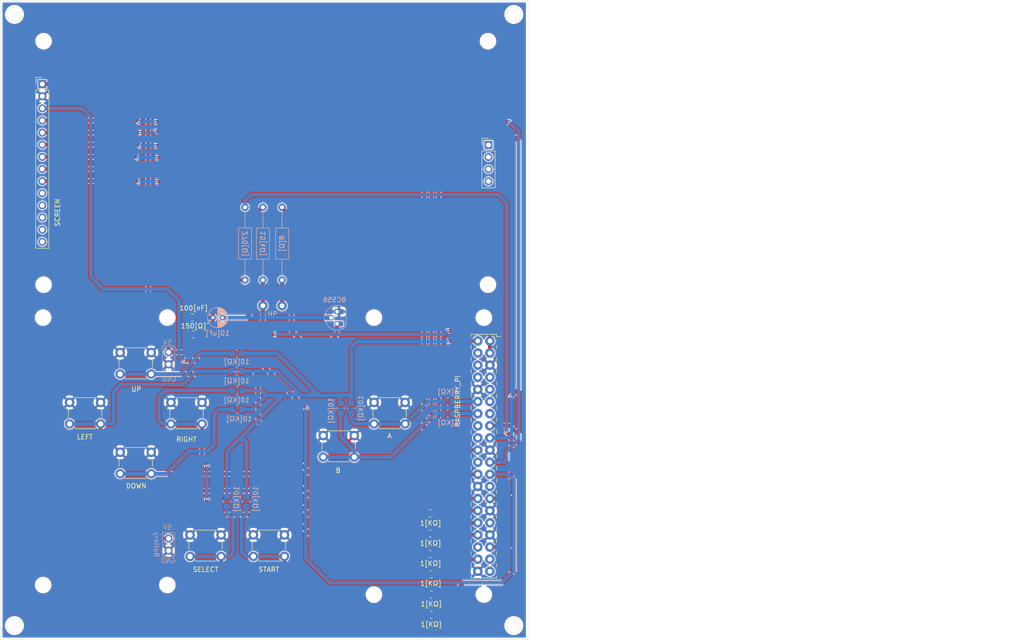
<source format=kicad_pcb>
(kicad_pcb (version 20241229) (generator "pcbnew") (generator_version "9.0")
  (layers (0 "F.Cu" signal) (2 "B.Cu" signal) (13 "F.Paste" user) (15 "B.Paste" user) (5 "F.SilkS" user "F.Silkscreen") (7 "B.SilkS" user "B.Silkscreen") (1 "F.Mask" user) (3 "B.Mask" user) (25 "Edge.Cuts" user))
  (net 0 "")
  (net 1 "Net-(C1-Pad1)")
  (net 2 "Net-(Q2-B)")
  (net 3 "GND")
  (net 5 "SCREEN_RESET")
  (net 6 "SCREEN_MOSI")
  (net 9 "+5V")
  (net 10 "SCREEN_SCK")
  (net 13 "SCREEN_MISO")
  (net 14 "SCREEN_DC")
  (net 15 "SCREEN_CS")
  (net 16 "AUDIO")
  (net 18 "+3V3")
  (net 22 "RIGHT")
  (net 23 "START")
  (net 26 "SELECT")
  (net 28 "DOWN")
  (net 31 "UP")
  (net 33 "LEFT")
  (net 34 "A")
  (net 36 "B")
  (net 41 "Net-(LS1-Pad2)")
  (net 42 "Net-(Q2-C)")
  (net 43 "Net-(R1-Pad2)")
  (net 44 "Net-(R3-Pad2)")
  (net 45 "Net-(R5-Pad2)")
  (net 46 "Net-(R7-Pad2)")
  (net 47 "Net-(R10-Pad2)")
  (net 48 "Net-(R11-Pad2)")
  (net 49 "Net-(R13-Pad2)")
  (net 50 "Net-(R15-Pad2)")
  (footprint "Button_Switch_THT:SW_PUSH_6mm" (layer "F.Cu") (at 50.6275 124.695)
    (property "Reference" "DOWN")
    (property "Value" "BUTTON_ARROW_DOWN")
  )
  (footprint "Capacitor_SMD:C_0805_2012Metric" (layer "F.Cu") (at 65.75 96.5 180)
    (property "Reference" "100[nF]")
    (property "Value" "100[nF]")
  )
  (footprint "Resistor_SMD:R_0805_2012Metric_Pad1.20x1.40mm_HandSolder" (layer "F.Cu") (at 115.75 150.25 180)
    (property "Reference" "1[KΩ]")
    (property "Value" "1[KΩ]")
  )
  (footprint "Button_Switch_THT:SW_PUSH_6mm" (layer "F.Cu") (at 93.1225 121.195)
    (property "Reference" "B")
    (property "Value" "BUTTON_B")
  )
  (footprint "Button_Switch_THT:SW_PUSH_6mm" (layer "F.Cu") (at 103.7525 114.255)
    (property "Reference" "A")
    (property "Value" "BUTTON_A")
  )
  (footprint "Resistor_SMD:R_0805_2012Metric_Pad1.20x1.40mm_HandSolder" (layer "F.Cu") (at 115.5 141.75 180)
    (property "Reference" "1[KΩ]")
    (property "Value" "1[KΩ]")
  )
  (footprint "Resistor_SMD:R_0805_2012Metric_Pad1.20x1.40mm_HandSolder" (layer "F.Cu") (at 115.75 158.75 180)
    (property "Reference" "1[KΩ]")
    (property "Value" "1[KΩ]")
  )
  (footprint "Button_Switch_THT:SW_PUSH_6mm" (layer "F.Cu") (at 40.0325 114.2575)
    (property "Reference" "LEFT")
    (property "Value" "BUTTON_ARROW_LEFT")
  )
  (footprint "Game_boy_PI:SCREEN_480X320_SPI" (layer "F.Cu") (at 32.1 36.1)
    (property "Reference" "SCREEN")
    (property "Value" "SCREEN")
  )
  (footprint "Button_Switch_THT:SW_PUSH_6mm" (layer "F.Cu") (at 61.255158 114.2625)
    (property "Reference" "RIGHT")
    (property "Value" "BUTTON_ARROW_RIGHT")
  )
  (footprint "Button_Switch_THT:SW_PUSH_6mm" (layer "F.Cu") (at 78.5 142)
    (property "Reference" "START")
    (property "Value" "BUTTON_START")
  )
  (footprint "Game_boy_PI:RASPBERRY_PI_ZERO_W_2_BOTTOM" (layer "F.Cu") (at 126.7325 125.502838 -90)
    (property "Reference" "RASPBERRY_PI")
    (property "Value" "RASPBERRY_PI")
  )
  (footprint "Button_Switch_THT:SW_PUSH_6mm" (layer "F.Cu") (at 65.25 142.01)
    (property "Reference" "SELECT")
    (property "Value" "BUTTON_SELECT")
  )
  (footprint "Resistor_SMD:R_0805_2012Metric_Pad1.20x1.40mm_HandSolder" (layer "F.Cu") (at 65.95 100)
    (property "Reference" "150[Ω]")
    (property "Value" "150[Ω]")
  )
  (footprint "Resistor_SMD:R_0805_2012Metric_Pad1.20x1.40mm_HandSolder" (layer "F.Cu") (at 115.5 137.5 180)
    (property "Reference" "1[KΩ]")
    (property "Value" "1[KΩ]")
  )
  (footprint "Resistor_SMD:R_0805_2012Metric_Pad1.20x1.40mm_HandSolder" (layer "F.Cu") (at 115.5 146 180)
    (property "Reference" "1[KΩ]")
    (property "Value" "1[KΩ]")
  )
  (footprint "Button_Switch_THT:SW_PUSH_6mm" (layer "F.Cu") (at 50.6225 103.82)
    (property "Reference" "UP")
    (property "Value" "BUTTON_ARROW_UP")
  )
  (footprint "Game_boy_PI:DIY_BATTERY" (layer "F.Cu") (at 44.5 143.5 90)
    (property "Reference" "Battery")
    (property "Value" "BATERY")
  )
  (footprint "LOGO" (layer "F.Cu") (at 67.25 159.25)
    (property "Reference" "G**" (hide yes))
    (property "Value" "LOGO" (hide yes))
  )
  (footprint "Game_boy_PI:HP_Gameboy" (layer "F.Cu") (at 82.5 107 180)
    (property "Reference" "HP")
    (property "Value" "Speaker 8 [Ω]")
  )
  (footprint "Resistor_SMD:R_0805_2012Metric_Pad1.20x1.40mm_HandSolder" (layer "F.Cu") (at 115.75 154.5 180)
    (property "Reference" "1[KΩ]")
    (property "Value" "1[KΩ]")
  )
  (footprint "Resistor_THT:R_Axial_DIN0207_L6.3mm_D2.5mm_P15.24mm_Horizontal" (layer "B.Cu") (at 76.75 73.38 -90)
    (property "Reference" "270[Ω]")
    (property "Value" "270[Ω]")
  )
  (footprint "Resistor_THT:R_Axial_DIN0207_L6.3mm_D2.5mm_P15.24mm_Horizontal" (layer "B.Cu") (at 84.5 88.62 90)
    (property "Reference" "8[Ω]")
    (property "Value" "8[Ω]")
  )
  (footprint "Resistor_SMD:R_0805_2012Metric_Pad1.20x1.40mm_HandSolder" (layer "B.Cu") (at 119.15 116.6 180)
    (property "Reference" "1[KΩ]")
    (property "Value" "1[KΩ]")
  )
  (footprint "Resistor_SMD:R_0805_2012Metric_Pad1.20x1.40mm_HandSolder" (layer "B.Cu") (at 119.15 114.1 180)
    (property "Reference" "1[KΩ]")
    (property "Value" "1[KΩ]")
  )
  (footprint "Resistor_SMD:R_0805_2012Metric_Pad1.20x1.40mm_HandSolder" (layer "B.Cu") (at 75 107.725 180)
    (property "Reference" "10[KΩ]")
    (property "Value" "10[KΩ]")
  )
  (footprint "Resistor_SMD:R_0805_2012Metric_Pad1.20x1.40mm_HandSolder" (layer "B.Cu") (at 75 104 180)
    (property "Reference" "10[KΩ]")
    (property "Value" "10[KΩ]")
  )
  (footprint "Package_TO_SOT_THT:TO-92_HandSolder" (layer "B.Cu") (at 96.02 95.25 -90)
    (property "Reference" "BC556")
    (property "Value" "2N2222")
  )
  (footprint "Resistor_SMD:R_0805_2012Metric_Pad1.20x1.40mm_HandSolder" (layer "B.Cu") (at 75.125 115.75 180)
    (property "Reference" "10[KΩ]")
    (property "Value" "10[KΩ]")
  )
  (footprint "Resistor_SMD:R_0805_2012Metric_Pad1.20x1.40mm_HandSolder" (layer "B.Cu") (at 73 135 -90)
    (property "Reference" "10[KΩ]")
    (property "Value" "10[KΩ]")
  )
  (footprint "Resistor_SMD:R_0805_2012Metric_Pad1.20x1.40mm_HandSolder" (layer "B.Cu") (at 96.75 115.5 -90)
    (property "Reference" "10[KΩ]")
    (property "Value" "10[KΩ]")
  )
  (footprint "Capacitor_THT:CP_Radial_D4.0mm_P2.00mm" (layer "B.Cu") (at 70.0274 96.5)
    (property "Reference" "10[uF]")
    (property "Value" "10[uF]")
  )
  (footprint "Resistor_SMD:R_0805_2012Metric_Pad1.20x1.40mm_HandSolder" (layer "B.Cu") (at 75.125 111.75 180)
    (property "Reference" "10[KΩ]")
    (property "Value" "10[KΩ]")
  )
  (footprint "Resistor_THT:R_Axial_DIN0207_L6.3mm_D2.5mm_P15.24mm_Horizontal" (layer "B.Cu") (at 80.5 88.62 90)
    (property "Reference" "15[kΩ]")
    (property "Value" "15[kΩ]")
  )
  (footprint "Resistor_SMD:R_0805_2012Metric_Pad1.20x1.40mm_HandSolder" (layer "B.Cu") (at 77 135 -90)
    (property "Reference" "10[KΩ]")
    (property "Value" "10[KΩ]")
  )
  (footprint "Resistor_SMD:R_0805_2012Metric_Pad1.20x1.40mm_HandSolder" (layer "B.Cu") (at 99 115.5 -90)
    (property "Reference" "10[KΩ]")
    (property "Value" "10[KΩ]")
  )
  (gr_circle (center 133 161) (end 134.5 161) (stroke (width 0.05)) (fill no) (layer "Edge.Cuts"))
  (gr_line (start 136 30) (end 136 164) (stroke (width 0.05)) (layer "Edge.Cuts"))
  (gr_circle (center 133 33) (end 134.5 33) (stroke (width 0.05)) (fill no) (layer "Edge.Cuts"))
  (gr_line (start 25.5 30) (end 136 30) (stroke (width 0.05)) (layer "Edge.Cuts"))
  (gr_circle (center 28.5 161) (end 30 161) (stroke (width 0.05)) (fill no) (layer "Edge.Cuts"))
  (gr_line (start 136 164) (end 25.5 164) (stroke (width 0.05)) (layer "Edge.Cuts"))
  (gr_circle (center 28.5 33) (end 30 33) (stroke (width 0.05)) (fill no) (layer "Edge.Cuts"))
  (gr_line (start 25.5 164) (end 25.5 30) (stroke (width 0.05)) (layer "Edge.Cuts"))
  (gr_text "| Gameboy_pi by Tim and Manuel |" (at 70.622849 162.141464 0) (layer "F.Cu") (effects (font (size 1.5 1.5) (thickness 0.3) (bold yes)) (justify left bottom)))
  (segment (start 70.0274 89.7226) (end 70.0274 96.5) (width 0.8) (layer "F.Cu") (net 1))
  (segment (start 69 100) (end 70.0274 98.9726) (width 0.8) (layer "F.Cu") (net 1))
  (segment (start 76.75 88.62) (end 71.13 88.62) (width 0.8) (layer "F.Cu") (net 1))
  (segment (start 66.7 96.5) (end 70.0274 96.5) (width 0.8) (layer "F.Cu") (net 1))
  (segment (start 70.0274 98.9726) (end 70.0274 96.5) (width 0.8) (layer "F.Cu") (net 1))
  (segment (start 66.95 100) (end 69 100) (width 0.8) (layer "F.Cu") (net 1))
  (segment (start 71.13 88.62) (end 70.0274 89.7226) (width 0.8) (layer "F.Cu") (net 1))
  (segment (start 78.5 75.25) (end 78.5 95) (width 0.8) (layer "F.Cu") (net 2))
  (segment (start 78.5 95) (end 77 96.5) (width 0.8) (layer "F.Cu") (net 2))
  (segment (start 80.5 73.38) (end 80.37 73.38) (width 0.8) (layer "F.Cu") (net 2))
  (segment (start 80.37 73.38) (end 78.5 75.25) (width 0.8) (layer "F.Cu") (net 2))
  (segment (start 77 96.5) (end 72.0274 96.5) (width 0.8) (layer "F.Cu") (net 2))
  (segment (start 94.75 96.52) (end 94.73 96.5) (width 0.8) (layer "B.Cu") (net 2))
  (segment (start 94.73 96.5) (end 72.0274 96.5) (width 0.8) (layer "B.Cu") (net 2))
  (segment (start 34.33 55.21) (end 54.21 55.21) (width 0.8) (layer "F.Cu") (net 5))
  (segment (start 54.21 55.21) (end 54.5 55.5) (width 0.8) (layer "F.Cu") (net 5))
  (segment (start 58 55.5) (end 132 55.5) (width 0.8) (layer "F.Cu") (net 5))
  (via (at 54.5 55.5) (size 0.5) (drill 0.3) (layers "F.Cu" "B.Cu") (net 5))
  (via (at 132 55.5) (size 0.5) (drill 0.3) (layers "F.Cu" "B.Cu") (net 5))
  (via (at 58 55.5) (size 0.5) (drill 0.3) (layers "F.Cu" "B.Cu") (net 5))
  (segment (start 131.5 124.5) (end 131.5 126.25) (width 0.8) (layer "B.Cu") (net 5))
  (segment (start 130.977162 126.772838) (end 128.0025 126.772838) (width 0.8) (layer "B.Cu") (net 5))
  (segment (start 134 57.5) (end 134 122) (width 0.8) (layer "B.Cu") (net 5))
  (segment (start 131.5 126.25) (end 130.977162 126.772838) (width 0.8) (layer "B.Cu") (net 5))
  (segment (start 132 55.5) (end 134 57.5) (width 0.8) (layer "B.Cu") (net 5))
  (segment (start 54.5 55.5) (end 58 55.5) (width 0.8) (layer "B.Cu") (net 5))
  (segment (start 134 122) (end 131.5 124.5) (width 0.8) (layer "B.Cu") (net 5))
  (segment (start 34.33 60.29) (end 54.54 60.29) (width 0.8) (layer "F.Cu") (net 6))
  (segment (start 118.232838 124.232838) (end 125.4625 124.232838) (width 0.8) (layer "F.Cu") (net 6))
  (segment (start 115.5 60.5) (end 117.25 62.25) (width 0.8) (layer "F.Cu") (net 6))
  (segment (start 117.25 123.25) (end 118.232838 124.232838) (width 0.8) (layer "F.Cu") (net 6))
  (segment (start 117.25 62.25) (end 117.25 123.25) (width 0.8) (layer "F.Cu") (net 6))
  (segment (start 58 60.5) (end 115.5 60.5) (width 0.8) (layer "F.Cu") (net 6))
  (segment (start 54.54 60.29) (end 54.75 60.5) (width 0.8) (layer "F.Cu") (net 6))
  (via (at 54.75 60.5) (size 0.5) (drill 0.3) (layers "F.Cu" "B.Cu") (net 6))
  (via (at 58 60.5) (size 0.5) (drill 0.3) (layers "F.Cu" "B.Cu") (net 6))
  (segment (start 54.75 60.5) (end 58 60.5) (width 0.8) (layer "B.Cu") (net 6))
  (segment (start 57 97.25) (end 60.75 101) (width 0.8) (layer "F.Cu") (net 9))
  (segment (start 80.5 88.62) (end 80.5 94) (width 0.8) (layer "F.Cu") (net 9))
  (segment (start 56.5 65.25) (end 56.5 66.5) (width 0.8) (layer "F.Cu") (net 9))
  (segment (start 65 103.75) (end 66.25 102.5) (width 0.8) (layer "F.Cu") (net 9))
  (segment (start 60.748558 142.757816) (end 39.257816 142.757816) (width 0.8) (layer "F.Cu") (net 9))
  (segment (start 81 100) (end 80.5 100.5) (width 0.8) (layer "F.Cu") (net 9))
  (segment (start 52.75 100.5) (end 55.875 97.375) (width 0.8) (layer "F.Cu") (net 9))
  (segment (start 55.38 65.37) (end 55.38 65.38) (width 0.8) (layer "F.Cu") (net 9))
  (segment (start 34.33 65.37) (end 55.25 65.37) (width 0.8) (layer "F.Cu") (net 9))
  (segment (start 56.38 65.37) (end 56.5 65.25) (width 0.8) (layer "F.Cu") (net 9))
  (segment (start 60.75 101) (end 60.75 103.75) (width 0.8) (layer "F.Cu") (net 9))
  (segment (start 128.0025 101.372838) (end 128.0025 99.7525) (width 0.8) (layer "F.Cu") (net 9))
  (segment (start 37 140.5) (end 37 103.25) (width 0.8) (layer "F.Cu") (net 9))
  (segment (start 80.5 100.5) (end 80.5 99.25) (width 0.8) (layer "F.Cu") (net 9))
  (segment (start 55.25 65.37) (end 56.38 65.37) (width 0.8) (layer "F.Cu") (net 9))
  (segment (start 66.25 102.5) (end 78.5 102.5) (width 0.8) (layer "F.Cu") (net 9))
  (segment (start 56.5 96.75) (end 57 97.25) (width 0.8) (layer "F.Cu") (net 9))
  (segment (start 56.5 66.5) (end 56.5 96.75) (width 0.8) (layer "F.Cu") (net 9))
  (segment (start 55.38 65.37) (end 56.5 64.25) (width 0.8) (layer "F.Cu") (net 9))
  (segment (start 55.875 97.375) (end 56.5 96.75) (width 0.8) (layer "F.Cu") (net 9))
  (segment (start 56 97.25) (end 57 97.25) (width 0.8) (layer "F.Cu") (net 9))
  (segment (start 81.25 100) (end 80.5 99.25) (width 0.8) (layer "F.Cu") (net 9))
  (segment (start 78.5 102.5) (end 80.5 100.5) (width 0.8) (layer "F.Cu") (net 9))
  (segment (start 83 100) (end 81.75 100) (width 0.8) (layer "F.Cu") (net 9))
  (segment (start 34.33 47.59) (end 53.59 47.59) (width 0.8) (layer "F.Cu") (net 9))
  (segment (start 128.0025 99.7525) (end 127.5 99.25) (width 0.8) (layer "F.Cu") (net 9))
  (segment (start 53.59 47.59) (end 56.5 50.5) (width 0.8) (layer "F.Cu") (net 9))
  (segment (start 37 103.25) (end 39.75 100.5) (width 0.8) (layer "F.Cu") (net 9))
  (segment (start 128.0025 103.912838) (end 128.0025 101.372838) (width 0.8) (layer "F.Cu") (net 9))
  (segment (start 56.5 64.25) (end 56.5 65.25) (width 0.8) (layer "F.Cu") (net 9))
  (segment (start 55.875 97.375) (end 56 97.25) (width 0.8) (layer "F.Cu") (net 9))
  (segment (start 80.5 99.25) (end 80.5 94) (width 0.8) (layer "F.Cu") (net 9))
  (segment (start 55.38 65.38) (end 56.5 66.5) (width 0.8) (layer "F.Cu") (net 9))
  (segment (start 39.257816 142.757816) (end 37 140.5) (width 0.8) (layer "F.Cu") (net 9))
  (segment (start 81.75 100) (end 81 100) (width 0.8) (layer "F.Cu") (net 9))
  (segment (start 127.5 99.25) (end 119.25 99.25) (width 0.8) (layer "F.Cu") (net 9))
  (segment (start 56.5 50.5) (end 56.5 64.25) (width 0.8) (layer "F.Cu") (net 9))
  (segment (start 39.75 100.5) (end 52.75 100.5) (width 0.8) (layer "F.Cu") (net 9))
  (segment (start 60.75 103.75) (end 65 103.75) (width 0.8) (layer "F.Cu") (net 9))
  (segment (start 81.75 100) (end 81.25 100) (width 0.8) (layer "F.Cu") (net 9))
  (segment (start 55.25 65.37) (end 55.38 65.37) (width 0.8) (layer "F.Cu") (net 9))
  (via (at 119.25 99.25) (size 0.5) (drill 0.3) (layers "F.Cu" "B.Cu") (net 9))
  (via (at 83 100) (size 0.5) (drill 0.3) (layers "F.Cu" "B.Cu") (net 9))
  (segment (start 119.25 99.25) (end 118.5 100) (width 0.8) (layer "B.Cu") (net 9))
  (segment (start 118 100) (end 83 100) (width 0.8) (layer "B.Cu") (net 9))
  (segment (start 118.5 100) (end 118 100) (width 0.8) (layer "B.Cu") (net 9))
  (segment (start 34.33 62.83) (end 54.08 62.83) (width 0.8) (layer "F.Cu") (net 10))
  (segment (start 54.08 62.83) (end 54.25 63) (width 0.8) (layer "F.Cu") (net 10))
  (segment (start 116.562838 129.312838) (end 125.4625 129.312838) (width 0.8) (layer "F.Cu") (net 10))
  (segment (start 115.75 64.25) (end 115.75 128.5) (width 0.8) (layer "F.Cu") (net 10))
  (segment (start 114.5 63) (end 115.75 64.25) (width 0.8) (layer "F.Cu") (net 10))
  (segment (start 58.25 63) (end 114.5 63) (width 0.8) (layer "F.Cu") (net 10))
  (segment (start 115.75 128.5) (end 116.562838 129.312838) (width 0.8) (layer "F.Cu") (net 10))
  (via (at 54.25 63) (size 0.5) (drill 0.3) (layers "F.Cu" "B.Cu") (net 10))
  (via (at 58.25 63) (size 0.5) (drill 0.3) (layers "F.Cu" "B.Cu") (net 10))
  (segment (start 54.25 63) (end 58.25 63) (width 0.8) (layer "B.Cu") (net 10))
  (segment (start 54.41 67.91) (end 54.5 68) (width 0.8) (layer "F.Cu") (net 13))
  (segment (start 115.142838 134.392838) (end 125.4625 134.392838) (width 0.8) (layer "F.Cu") (net 13))
  (segment (start 34.33 67.91) (end 54.41 67.91) (width 0.8) (layer "F.Cu") (net 13))
  (segment (start 58.25 68) (end 112.5 68) (width 0.8) (layer "F.Cu") (net 13))
  (segment (start 114.25 133.5) (end 115.142838 134.392838) (width 0.8) (layer "F.Cu") (net 13))
  (segment (start 112.5 68) (end 114.25 69.75) (width 0.8) (layer "F.Cu") (net 13))
  (segment (start 114.25 69.75) (end 114.25 133.5) (width 0.8) (layer "F.Cu") (net 13))
  (via (at 58.25 68) (size 0.5) (drill 0.3) (layers "F.Cu" "B.Cu") (net 13))
  (via (at 54.5 68) (size 0.5) (drill 0.3) (layers "F.Cu" "B.Cu") (net 13))
  (segment (start 54.5 68) (end 58.25 68) (width 0.8) (layer "B.Cu") (net 13))
  (segment (start 134 111.5) (end 134 59.5) (width 0.8) (layer "F.Cu") (net 14))
  (segment (start 132.5 113) (end 134 111.5) (width 0.8) (layer "F.Cu") (net 14))
  (segment (start 34.33 57.75) (end 54.75 57.75) (width 0.8) (layer "F.Cu") (net 14))
  (segment (start 134 59.5) (end 132 57.5) (width 0.8) (layer "F.Cu") (net 14))
  (segment (start 132 57.5) (end 58 57.5) (width 0.8) (layer "F.Cu") (net 14))
  (via (at 54.75 57.75) (size 0.5) (drill 0.3) (layers "F.Cu" "B.Cu") (net 14))
  (via (at 58 57.5) (size 0.5) (drill 0.3) (layers "F.Cu" "B.Cu") (net 14))
  (via (at 132.5 113) (size 0.5) (drill 0.3) (layers "F.Cu" "B.Cu") (net 14))
  (segment (start 132.5 121) (end 131.807162 121.692838) (width 0.8) (layer "B.Cu") (net 14))
  (segment (start 57.75 57.75) (end 58 57.5) (width 0.8) (layer "B.Cu") (net 14))
  (segment (start 131.807162 121.692838) (end 128.0025 121.692838) (width 0.8) (layer "B.Cu") (net 14))
  (segment (start 54.75 57.75) (end 57.75 57.75) (width 0.8) (layer "B.Cu") (net 14))
  (segment (start 132.5 113) (end 132.5 121) (width 0.8) (layer "B.Cu") (net 14))
  (segment (start 89.5 115.5) (end 79.5 105.5) (width 0.8) (layer "F.Cu") (net 15))
  (segment (start 79.5 105.5) (end 64 105.5) (width 0.8) (layer "F.Cu") (net 15))
  (via (at 89.5 115.5) (size 0.5) (drill 0.3) (layers "F.Cu" "B.Cu") (net 15))
  (via (at 64 105.5) (size 0.5) (drill 0.3) (layers "F.Cu" "B.Cu") (net 15))
  (segment (start 89.5 147) (end 94.5 152) (width 0.8) (layer "B.Cu") (net 15))
  (segment (start 94.5 152) (end 130.5 152) (width 0.8) (layer "B.Cu") (net 15))
  (segment (start 63 104.5) (end 63 93) (width 0.8) (layer "B.Cu") (net 15))
  (segment (start 60.5 90.5) (end 47 90.5) (width 0.8) (layer "B.Cu") (net 15))
  (segment (start 133 149.5) (end 133 130.5) (width 0.8) (layer "B.Cu") (net 15))
  (segment (start 42.67 52.67) (end 34.33 52.67) (width 0.8) (layer "B.Cu") (net 15))
  (segment (start 133 130.5) (end 131.812838 129.312838) (width 0.8) (layer "B.Cu") (net 15))
  (segment (start 44.5 54.5) (end 42.67 52.67) (width 0.8) (layer "B.Cu") (net 15))
  (segment (start 44.5 88) (end 44.5 54.5) (width 0.8) (layer "B.Cu") (net 15))
  (segment (start 89.5 115.5) (end 89.5 147) (width 0.8) (layer "B.Cu") (net 15))
  (segment (start 131.812838 129.312838) (end 128.0025 129.312838) (width 0.8) (layer "B.Cu") (net 15))
  (segment (start 63 93) (end 60.5 90.5) (width 0.8) (layer "B.Cu") (net 15))
  (segment (start 47 90.5) (end 44.5 88) (width 0.8) (layer "B.Cu") (net 15))
  (segment (start 64 105.5) (end 63 104.5) (width 0.8) (layer "B.Cu") (net 15))
  (segment (start 130.5 152) (end 133 149.5) (width 0.8) (layer "B.Cu") (net 15))
  (segment (start 131.5 120.5) (end 132.5 121.5) (width 0.8) (layer "F.Cu") (net 16))
  (segment (start 132.5 121.5) (end 132.5 133) (width 0.8) (layer "F.Cu") (net 16))
  (segment (start 132.5 133) (end 131.107162 134.392838) (width 0.8) (layer "F.Cu") (net 16))
  (segment (start 131.107162 134.392838) (end 128.0025 134.392838) (width 0.8) (layer "F.Cu") (net 16))
  (via (at 131.5 120.5) (size 0.5) (drill 0.3) (layers "F.Cu" "B.Cu") (net 16))
  (segment (start 131.5 72.5) (end 129.75 70.75) (width 0.8) (layer "B.Cu") (net 16))
  (segment (start 131.5 120.5) (end 131.5 72.5) (width 0.8) (layer "B.Cu") (net 16))
  (segment (start 129.75 70.75) (end 78 70.75) (width 0.8) (layer "B.Cu") (net 16))
  (segment (start 78 70.75) (end 76.75 72) (width 0.8) (layer "B.Cu") (net 16))
  (segment (start 76.75 72) (end 76.75 73.38) (width 0.8) (layer "B.Cu") (net 16))
  (segment (start 119.377162 101.372838) (end 125.4625 101.372838) (width 0.8) (layer "F.Cu") (net 18))
  (segment (start 119.25 101.5) (end 119.377162 101.372838) (width 0.8) (layer "F.Cu") (net 18))
  (via (at 119.25 101.5) (size 0.5) (drill 0.3) (layers "F.Cu" "B.Cu") (net 18))
  (segment (start 96.8 113.25) (end 97.25 112.8) (width 0.8) (layer "B.Cu") (net 18))
  (segment (start 98.55 112.8) (end 97.25 112.8) (width 0.8) (layer "B.Cu") (net 18))
  (segment (start 76 104) (end 83.45 104) (width 0.8) (layer "B.Cu") (net 18))
  (segment (start 92.25 112.8) (end 96.3 112.8) (width 0.8) (layer "B.Cu") (net 18))
  (segment (start 83.5 114) (end 83.5 113.25) (width 0.8) (layer "B.Cu") (net 18))
  (segment (start 87.5 112.5) (end 87.5 111.8) (width 0.8) (layer "B.Cu") (net 18))
  (segment (start 76 107.725) (end 83.425 107.725) (width 0.8) (layer "B.Cu") (net 18))
  (segment (start 99 102.75) (end 99 112.25) (width 0.8) (layer "B.Cu") (net 18))
  (segment (start 83.25 112.8) (end 83.25 113) (width 0.8) (layer "B.Cu") (net 18))
  (segment (start 80.15 111.75) (end 80.45 112.05) (width 0.8) (layer "B.Cu") (net 18))
  (segment (start 77 122.5) (end 76.625 122.125) (width 0.8) (layer "B.Cu") (net 18))
  (segment (start 84.25 112.8) (end 86 112.8) (width 0.8) (layer "B.Cu") (net 18))
  (segment (start 83.05 112.8) (end 83.875 113.625) (width 0.8) (layer "B.Cu") (net 18))
  (segment (start 86.75 112.8) (end 87.05 112.5) (width 0.8) (layer "B.Cu") (net 18))
  (segment (start 76.125 115.75) (end 78.25 115.75) (width 0.8) (layer "B.Cu") (net 18))
  (segment (start 76.125 111.75) (end 80.15 111.75) (width 0.8) (layer "B.Cu") (net 18))
  (segment (start 75.375 122.125) (end 73 124.5) (width 0.8) (layer "B.Cu") (net 18))
  (segment (start 87.85 112.15) (end 88.5 112.8) (width 0.8) (layer "B.Cu") (net 18))
  (segment (start 98.55 112.7) (end 99 112.25) (width 0.8) (layer "B.Cu") (net 18))
  (segment (start 91.475 112.025) (end 92.25 112.8) (width 0.8) (layer "B.Cu") (net 18))
  (segment (start 97.25 112.8) (end 96.3 112.8) (width 0.8) (layer "B.Cu") (net 18))
  (segment (start 78.25 115.75) (end 80.875 113.125) (width 0.8) (layer "B.Cu") (net 18))
  (segment (start 99 114.5) (end 99 113.25) (width 0.8) (layer "B.Cu") (net 18))
  (segment (start 82.5 112.8) (end 83.25 112.8) (width 0.8) (layer "B.Cu") (net 18))
  (segment (start 76 121.5) (end 76.375 121.125) (width 0.8) (layer "B.Cu") (net 18))
  (segment (start 86.75 112.8) (end 87.25 112.8) (width 0.8) (layer "B.Cu") (net 18))
  (segment (start 77 122.5) (end 76.375 121.875) (width 0.8) (layer "B.Cu") (net 18))
  (segment (start 99 113.25) (end 98.55 112.8) (width 0.8) (layer "B.Cu") (net 18))
  (segment (start 73 124.5) (end 73 134) (width 0.8) (layer "B.Cu") (net 18))
  (segment (start 90.85 111.4) (end 90.85 112.2) (width 0.8) (layer "B.Cu") (net 18))
  (segment (start 87.25 112.8) (end 87.25 112.75) (width 0.8) (layer "B.Cu") (net 18))
  (segment (start 76.625 122.125) (end 75.375 122.125) (width 0.8) (layer "B.Cu") (net 18))
  (segment (start 98.55 112.8) (end 98.55 112.7) (width 0.8) (layer "B.Cu") (net 18))
  (segment (start 80.875 112.475) (end 80.875 113.125) (width 0.8) (layer "B.Cu") (net 18))
  (segment (start 83.125 114.375) (end 83.5 114) (width 0.8) (layer "B.Cu") (net 18))
  (segment (start 83.875 113.625) (end 84.7 112.8) (width 0.8) (layer "B.Cu") (net 18))
  (segment (start 83.25 112.8) (end 84.25 112.8) (width 0.8) (layer "B.Cu") (net 18))
  (segment (start 76 121.5) (end 75.375 122.125) (width 0.8) (layer "B.Cu") (net 18))
  (segment (start 90.75 112.75) (end 91.475 112.025) (width 0.8) (layer "B.Cu") (net 18))
  (segment (start 90.75 112.8) (end 92.25 112.8) (width 0.8) (layer "B.Cu") (net 18))
  (segment (start 83.5 113.25) (end 83.875 113.625) (width 0.8) (layer "B.Cu") (net 18))
  (segment (start 87.1 111.4) (end 87.5 111.8) (width 0.8) (layer "B.Cu") (net 18))
  (segment (start 90.85 111.4) (end 91.475 112.025) (width 0.8) (layer "B.Cu") (net 18))
  (segment (start 77 122.5) (end 76 121.5) (width 0.8) (layer "B.Cu") (net 18))
  (segment (start 87.25 112.8) (end 88.5 112.8) (width 0.8) (layer "B.Cu") (net 18))
  (segment (start 88.5 112.8) (end 90.25 112.8) (width 0.8) (layer "B.Cu") (net 18))
  (segment (start 87.5 112.25) (end 87.5 111.8) (width 0.8) (layer "B.Cu") (net 18))
  (segment (start 83.45 104) (end 90.85 111.4) (width 0.8) (layer "B.Cu") (net 18))
  (segment (start 76.375 121.875) (end 76.375 121.125) (width 0.8) (layer "B.Cu") (net 18))
  (segment (start 84.7 112.8) (end 86 112.8) (width 0.8) (layer "B.Cu") (net 18))
  (segment (start 100.25 101.5) (end 99 102.75) (width 0.8) (layer "B.Cu") (net 18))
  (segment (start 96.75 113.25) (end 96.75 114.5) (width 0.8) (layer "B.Cu") (net 18))
  (segment (start 96.3 112.8) (end 96.75 113.25) (width 0.8) (layer "B.Cu") (net 18))
  (segment (start 90.25 112.8) (end 90.75 112.8) (width 0.8) (layer "B.Cu") (net 18))
  (segment (start 87.5 111.8) (end 87.85 112.15) (width 0.8) (layer "B.Cu") (net 18))
  (segment (start 90.85 112.2) (end 90.25 112.8) (width 0.8) (layer "B.Cu") (net 18))
  (segment (start 83.425 107.725) (end 87.1 111.4) (width 0.8) (layer "B.Cu") (net 18))
  (segment (start 87.25 112.75) (end 87.5 112.5) (width 0.8) (layer "B.Cu") (net 18))
  (segment (start 86 112.8) (end 86.75 112.8) (width 0.8) (layer "B.Cu") (net 18))
  (segment (start 87.25 112.5) (end 87.05 112.5) (width 0.8) (layer "B.Cu") (net 18))
  (segment (start 80.875 113.125) (end 81.2 112.8) (width 0.8) (layer "B.Cu") (net 18))
  (segment (start 87.25 112.75) (end 87.85 112.15) (width 0.8) (layer "B.Cu") (net 18))
  (segment (start 96.75 113.25) (end 96.8 113.25) (width 0.8) (layer "B.Cu") (net 18))
  (segment (start 76.375 121.125) (end 83.125 114.375) (width 0.8) (layer "B.Cu") (net 18))
  (segment (start 90.75 112.8) (end 90.75 112.75) (width 0.8) (layer "B.Cu") (net 18))
  (segment (start 80.45 112.05) (end 80.875 112.475) (width 0.8) (layer "B.Cu") (net 18))
  (segment (start 83.125 114.375) (end 83.875 113.625) (width 0.8) (layer "B.Cu") (net 18))
  (segment (start 87.25 112.5) (end 87.5 112.25) (width 0.8) (layer "B.Cu") (net 18))
  (segment (start 81.2 112.8) (end 82.5 112.8) (width 0.8) (layer "B.Cu") (net 18))
  (segment (start 99 112.25) (end 99 114.5) (width 0.8) (layer "B.Cu") (net 18))
  (segment (start 87.1 111.4) (end 87.25 111.55) (width 0.8) (layer "B.Cu") (net 18))
  (segment (start 119.25 101.5) (end 100.25 101.5) (width 0.8) (layer "B.Cu") (net 18))
  (segment (start 83.25 113) (end 83.5 113.25) (width 0.8) (layer "B.Cu") (net 18))
  (segment (start 80.45 112.05) (end 81.2 112.8) (width 0.8) (layer "B.Cu") (net 18))
  (segment (start 87.25 111.55) (end 87.25 112.5) (width 0.8) (layer "B.Cu") (net 18))
  (segment (start 77 134) (end 77 122.5) (width 0.8) (layer "B.Cu") (net 18))
  (segment (start 82.5 112.8) (end 83.05 112.8) (width 0.8) (layer "B.Cu") (net 18))
  (segment (start 116.75 150.25) (end 119.375 150.25) (width 0.8) (layer "F.Cu") (net 22))
  (segment (start 125.455338 147.1) (end 125.4625 147.092838) (width 0.8) (layer "F.Cu") (net 22))
  (segment (start 122.525 147.1) (end 125.455338 147.1) (width 0.8) (layer "F.Cu") (net 22))
  (segment (start 119.375 150.25) (end 122.525 147.1) (width 0.8) (layer "F.Cu") (net 22))
  (segment (start 132.5 151) (end 132.5 145.5) (width 0.8) (layer "F.Cu") (net 23))
  (segment (start 131.5 152) (end 132.5 151) (width 0.8) (layer "F.Cu") (net 23))
  (segment (start 122.5 152) (end 131.5 152) (width 0.8) (layer "F.Cu") (net 23))
  (segment (start 131.552838 144.552838) (end 128.0025 144.552838) (width 0.8) (layer "F.Cu") (net 23))
  (segment (start 120 154.5) (end 122.5 152) (width 0.8) (layer "F.Cu") (net 23))
  (segment (start 132.5 145.5) (end 131.552838 144.552838) (width 0.8) (layer "F.Cu") (net 23))
  (segment (start 116.75 154.5) (end 120 154.5) (width 0.8) (layer "F.Cu") (net 23))
  (segment (start 134 121) (end 132.152838 119.152838) (width 0.8) (layer "F.Cu") (net 26))
  (segment (start 134 155.5) (end 134 121) (width 0.8) (layer "F.Cu") (net 26))
  (segment (start 116.75 158.75) (end 130.75 158.75) (width 0.8) (layer "F.Cu") (net 26))
  (segment (start 130.75 158.75) (end 134 155.5) (width 0.8) (layer "F.Cu") (net 26))
  (segment (start 132.152838 119.152838) (end 128.0025 119.152838) (width 0.8) (layer "F.Cu") (net 26))
  (segment (start 120.25 141.75) (end 122.5 139.5) (width 0.8) (layer "F.Cu") (net 28))
  (segment (start 125.435338 139.5) (end 125.4625 139.472838) (width 0.8) (layer "F.Cu") (net 28))
  (segment (start 122.5 139.5) (end 125.435338 139.5) (width 0.8) (layer "F.Cu") (net 28))
  (segment (start 116.5 141.75) (end 120.25 141.75) (width 0.8) (layer "F.Cu") (net 28))
  (segment (start 122 137.5) (end 122.567162 136.932838) (width 0.8) (layer "F.Cu") (net 31))
  (segment (start 122.567162 136.932838) (end 125.4625 136.932838) (width 0.8) (layer "F.Cu") (net 31))
  (segment (start 116.5 137.5) (end 122 137.5) (width 0.8) (layer "F.Cu") (net 31))
  (segment (start 118.5 146) (end 122.5 142) (width 0.8) (layer "F.Cu") (net 33))
  (segment (start 122.5 142) (end 125.449662 142) (width 0.8) (layer "F.Cu") (net 33))
  (segment (start 116.5 146) (end 118.5 146) (width 0.8) (layer "F.Cu") (net 33))
  (segment (start 125.449662 142) (end 125.4625 142.012838) (width 0.8) (layer "F.Cu") (net 33))
  (segment (start 120.15 114.1) (end 125.435338 114.1) (width 0.8) (layer "B.Cu") (net 34))
  (segment (start 125.435338 114.1) (end 125.4625 114.072838) (width 0.8) (layer "B.Cu") (net 34))
  (segment (start 120.15 116.6) (end 125.449662 116.6) (width 0.8) (layer "B.Cu") (net 36))
  (segment (start 125.449662 116.6) (end 125.4625 116.612838) (width 0.8) (layer "B.Cu") (net 36))
  (segment (start 84.5 88.62) (end 84.5 94.015818) (width 0.8) (layer "F.Cu") (net 41))
  (segment (start 84.5 94.015818) (end 84.505019 94.020837) (width 0.8) (layer "F.Cu") (net 41))
  (segment (start 96 100) (end 96 97.81) (width 0.8) (layer "F.Cu") (net 42))
  (segment (start 86.5 75.5) (end 86.5 99.25) (width 0.8) (layer "F.Cu") (net 42))
  (segment (start 84.5 73.5) (end 86.5 75.5) (width 0.8) (layer "F.Cu") (net 42))
  (segment (start 88.5 101.25) (end 94.75 101.25) (width 0.8) (layer "F.Cu") (net 42))
  (segment (start 84.5 73.38) (end 84.5 73.5) (width 0.8) (layer "F.Cu") (net 42))
  (segment (start 86.5 99.25) (end 88.5 101.25) (width 0.8) (layer "F.Cu") (net 42))
  (segment (start 96 97.81) (end 96.02 97.79) (width 0.8) (layer "F.Cu") (net 42))
  (segment (start 94.75 101.25) (end 96 100) (width 0.8) (layer "F.Cu") (net 42))
  (segment (start 103.7525 118.755) (end 110.2525 118.755) (width 0.8) (layer "B.Cu") (net 43))
  (segment (start 114.9075 114.1) (end 110.2525 118.755) (width 0.8) (layer "B.Cu") (net 43))
  (segment (start 99 118) (end 99.755 118.755) (width 0.8) (layer "B.Cu") (net 43))
  (segment (start 99 116.5) (end 99 118) (width 0.8) (layer "B.Cu") (net 43))
  (segment (start 118.15 114.1) (end 114.9075 114.1) (width 0.8) (layer "B.Cu") (net 43))
  (segment (start 99.755 118.755) (end 103.7525 118.755) (width 0.8) (layer "B.Cu") (net 43))
  (segment (start 116.4 116.6) (end 107.305 125.695) (width 0.8) (layer "B.Cu") (net 44))
  (segment (start 107.305 125.695) (end 99.6225 125.695) (width 0.8) (layer "B.Cu") (net 44))
  (segment (start 93.1225 125.695) (end 99.6225 125.695) (width 0.8) (layer "B.Cu") (net 44))
  (segment (start 96.75 116.5) (end 96.75 121.5) (width 0.8) (layer "B.Cu") (net 44))
  (segment (start 99.6225 124.3725) (end 99.6225 125.695) (width 0.8) (layer "B.Cu") (net 44))
  (segment (start 96.75 121.5) (end 99.6225 124.3725) (width 0.8) (layer "B.Cu") (net 44))
  (segment (start 118.15 116.6) (end 116.4 116.6) (width 0.8) (layer "B.Cu") (net 44))
  (segment (start 74.25 158.75) (end 71.75 156.25) (width 0.8) (layer "F.Cu") (net 45))
  (segment (start 71.75 156.25) (end 71.75 146.51) (width 0.8) (layer "F.Cu") (net 45))
  (segment (start 114.75 158.75) (end 74.25 158.75) (width 0.8) (layer "F.Cu") (net 45))
  (segment (start 65.25 146.51) (end 71.75 146.51) (width 0.8) (layer "B.Cu") (net 45))
  (segment (start 73 136) (end 73 137.5) (width 0.8) (layer "B.Cu") (net 45))
  (segment (start 73.49 146.51) (end 71.75 146.51) (width 0.8) (layer "B.Cu") (net 45))
  (segment (start 74.25 145.75) (end 73.49 146.51) (width 0.8) (layer "B.Cu") (net 45))
  (segment (start 73 137.5) (end 74.25 138.75) (width 0.8) (layer "B.Cu") (net 45))
  (segment (start 74.25 138.75) (end 74.25 145.75) (width 0.8) (layer "B.Cu") (net 45))
  (segment (start 114.75 154.5) (end 112.25 154.5) (width 0.8) (layer "F.Cu") (net 46))
  (segment (start 112.25 154.5) (end 110 156.75) (width 0.8) (layer "F.Cu") (net 46))
  (segment (start 87.25 156.75) (end 85 154.5) (width 0.8) (layer "F.Cu") (net 46))
  (segment (start 110 156.75) (end 87.25 156.75) (width 0.8) (layer "F.Cu") (net 46))
  (segment (start 85 154.5) (end 85 146.5) (width 0.8) (layer "F.Cu") (net 46))
  (segment (start 78.5 146.5) (end 85 146.5) (width 0.8) (layer "B.Cu") (net 46))
  (segment (start 77 137.75) (end 76 138.75) (width 0.8) (layer "B.Cu") (net 46))
  (segment (start 76 138.75) (end 76 145.5) (width 0.8) (layer "B.Cu") (net 46))
  (segment (start 77 146.5) (end 78.5 146.5) (width 0.8) (layer "B.Cu") (net 46))
  (segment (start 77 136) (end 77 137.75) (width 0.8) (layer "B.Cu") (net 46))
  (segment (start 76 145.5) (end 77 146.5) (width 0.8) (layer "B.Cu") (net 46))
  (segment (start 114.5 137.5) (end 98.75 137.5) (width 0.8) (layer "F.Cu") (net 47))
  (segment (start 98.75 137.5) (end 79.5 118.25) (width 0.8) (layer "F.Cu") (net 47))
  (segment (start 77.82 108.32) (end 57.1225 108.32) (width 0.8) (layer "F.Cu") (net 47))
  (segment (start 79.5 110) (end 77.82 108.32) (width 0.8) (layer "F.Cu") (net 47))
  (segment (start 79.5 118.25) (end 79.5 110) (width 0.8) (layer "F.Cu") (net 47))
  (segment (start 50.6225 108.32) (end 57.1225 108.32) (width 0.8) (layer "B.Cu") (net 47))
  (segment (start 67.5 104) (end 63.18 108.32) (width 0.8) (layer "B.Cu") (net 47))
  (segment (start 63.18 108.32) (end 57.1225 108.32) (width 0.8) (layer "B.Cu") (net 47))
  (segment (start 74 104) (end 67.5 104) (width 0.8) (layer "B.Cu") (net 47))
  (segment (start 57.1825 129.25) (end 57.1275 129.195) (width 0.8) (layer "F.Cu") (net 48))
  (segment (start 98.25 141.75) (end 85.75 129.25) (width 0.8) (layer "F.Cu") (net 48))
  (segment (start 114.5 141.75) (end 98.25 141.75) (width 0.8) (layer "F.Cu") (net 48))
  (segment (start 85.75 129.25) (end 57.1825 129.25) (width 0.8) (layer "F.Cu") (net 48))
  (segment (start 74.125 115.75) (end 71.25 115.75) (width 0.8) (layer "B.Cu") (net 48))
  (segment (start 70.25 116.75) (end 70.25 123.25) (width 0.8) (layer "B.Cu") (net 48))
  (segment (start 65 124.5) (end 60.305 129.195) (width 0.8) (layer "B.Cu") (net 48))
  (segment (start 60.305 129.195) (end 57.1275 129.195) (width 0.8) (layer "B.Cu") (net 48))
  (segment (start 71.25 115.75) (end 70.25 116.75) (width 0.8) (layer "B.Cu") (net 48))
  (segment (start 69 124.5) (end 65 124.5) (width 0.8) (layer "B.Cu") (net 48))
  (segment (start 57.1275 129.195) (end 50.6275 129.195) (width 0.8) (layer "B.Cu") (net 48))
  (segment (start 70.25 123.25) (end 69 124.5) (width 0.8) (layer "B.Cu") (net 48))
  (segment (start 114.5 146) (end 98.5 146) (width 0.8) (layer "F.Cu") (net 49))
  (segment (start 47.75 132.75) (end 46.5 131.5) (width 0.8) (layer "F.Cu") (net 49))
  (segment (start 98.5 146) (end 85.25 132.75) (width 0.8) (layer "F.Cu") (net 49))
  (segment (start 85.25 132.75) (end 47.75 132.75) (width 0.8) (layer "F.Cu") (net 49))
  (segment (start 46.5 131.5) (end 46.5325 131.4675) (width 0.8) (layer "F.Cu") (net 49))
  (segment (start 46.5325 131.4675) (end 46.5325 118.7575) (width 0.8) (layer "F.Cu") (net 49))
  (segment (start 74 107.725) (end 66.65 107.725) (width 0.8) (layer "B.Cu") (net 49))
  (segment (start 48.7425 118.7575) (end 46.5325 118.7575) (width 0.8) (layer "B.Cu") (net 49))
  (segment (start 49.25 112) (end 49.25 118.25) (width 0.8) (layer "B.Cu") (net 49))
  (segment (start 63.875 110.5) (end 50.75 110.5) (width 0.8) (layer "B.Cu") (net 49))
  (segment (start 50.75 110.5) (end 49.25 112) (width 0.8) (layer "B.Cu") (net 49))
  (segment (start 46.5325 118.7575) (end 40.0325 118.7575) (width 0.8) (layer "B.Cu") (net 49))
  (segment (start 49.25 118.25) (end 48.7425 118.7575) (width 0.8) (layer "B.Cu") (net 49))
  (segment (start 66.65 107.725) (end 63.875 110.5) (width 0.8) (layer "B.Cu") (net 49))
  (segment (start 98.75 150.25) (end 86.25 137.75) (width 0.8) (layer "F.Cu") (net 50))
  (segment (start 114.75 150.25) (end 98.75 150.25) (width 0.8) (layer "F.Cu") (net 50))
  (segment (start 68.75 127.5) (end 68.75 127.25) (width 0.8) (layer "F.Cu") (net 50))
  (segment (start 68.75 136.75) (end 68.75 134.5) (width 0.8) (layer "F.Cu") (net 50))
  (segment (start 86.25 137.75) (end 69.75 137.75) (width 0.8) (layer "F.Cu") (net 50))
  (segment (start 67.755158 126.255158) (end 67.755158 118.7625) (width 0.8) (layer "F.Cu") (net 50))
  (segment (start 69.75 137.75) (end 68.75 136.75) (width 0.8) (layer "F.Cu") (net 50))
  (segment (start 68.75 127.25) (end 67.755158 126.255158) (width 0.8) (layer "F.Cu") (net 50))
  (via (at 68.75 134.5) (size 0.5) (drill 0.3) (layers "F.Cu" "B.Cu") (net 50))
  (via (at 68.75 127.5) (size 0.5) (drill 0.3) (layers "F.Cu" "B.Cu") (net 50))
  (segment (start 61.255158 118.7625) (end 67.755158 118.7625) (width 0.8) (layer "B.Cu") (net 50))
  (segment (start 59.5125 118.7625) (end 61.255158 118.7625) (width 0.8) (layer "B.Cu") (net 50))
  (segment (start 60 111.75) (end 58.75 113) (width 0.8) (layer "B.Cu") (net 50))
  (segment (start 61.25 118.757342) (end 61.255158 118.7625) (width 1) (layer "B.Cu") (net 50))
  (segment (start 58.75 118) (end 59.5125 118.7625) (width 0.8) (layer "B.Cu") (net 50))
  (segment (start 74.125 111.75) (end 60 111.75) (width 0.8) (layer "B.Cu") (net 50))
  (segment (start 58.75 113) (end 58.75 118) (width 0.8) (layer "B.Cu") (net 50))
  (segment (start 68.75 134.5) (end 68.75 127.5) (width 0.8) (layer "B.Cu") (net 50))
  (zone (net 0) (net_name "") (layer "F.Cu") (name "GND") (connect_pads (clearance 0)) (min_thickness 0.25)
    (keepout (tracks not_allowed) (vias not_allowed) (pads not_allowed) (copperpour not_allowed) (footprints allowed))
    (fill (thermal_gap 0.5) (thermal_bridge_width 0.5) (island_removal_mode 2) (island_area_min 10))
    (polygon (pts (xy 70.5 155.554583) (xy 63.857015 155.554583) (xy 63.857015 162.791537) (xy 70.5 162.791537)))
  )
  (zone (net 3) (net_name "GND") (layers "F.Cu" "B.Cu") (name "GND") (priority 1) (connect_pads (clearance 0.1)) (min_thickness 0.25) (fill yes (thermal_gap 0.5) (thermal_bridge_width 0.5) (island_removal_mode 2) (island_area_min 10))
    (polygon (pts (xy 25.525609 30) (xy 136.025609 30) (xy 136.025609 164) (xy 25.525609 164)))
  )
)
</source>
